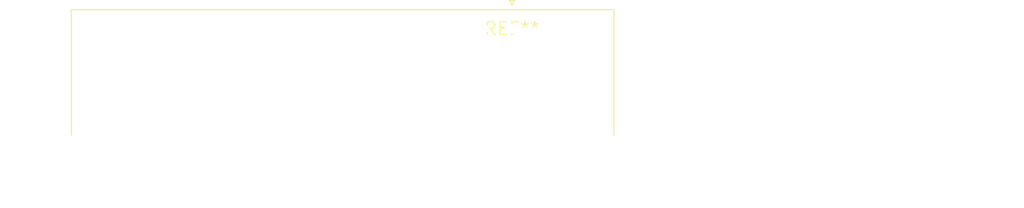
<source format=kicad_pcb>
(kicad_pcb (version 20240108) (generator pcbnew)
  (layers (0 "F.Cu" signal) (31 "B.Cu" signal) (34 "B.Paste" user) (35 "F.Paste" user) (36 "B.SilkS" user "B.Silkscreen") (37 "F.SilkS" user "F.Silkscreen") (38 "B.Mask" user) (39 "F.Mask" user) (44 "Edge.Cuts" user))
  (net 0 "")
  (footprint "DSUB-25_Female_Horizontal_P2.77x2.84mm_EdgePinOffset7.70mm_Housed_MountingHolesOffset9.12mm" (layer "F.Cu") (at 0 0)
    (property "Reference" "REF**")
    (property "Value" "DSUB-25_Female_Horizontal_P2.77x2.84mm_EdgePinOffset7.70mm_Housed_MountingHolesOffset9.12mm")
    (fp_line (start -43.23 -1.86) (end 9.99 -1.86) (layer "F.SilkS") (stroke (width 0.12)))
    (fp_line (start -43.23 10.48) (end -43.23 -1.86) (layer "F.SilkS") (stroke (width 0.12)))
    (fp_line (start -0.25 -2.754338) (end 0.25 -2.754338) (layer "F.SilkS") (stroke (width 0.12)))
    (fp_line (start 0 -2.321325) (end -0.25 -2.754338) (layer "F.SilkS") (stroke (width 0.12)))
    (fp_line (start 0.25 -2.754338) (end 0 -2.321325) (layer "F.SilkS") (stroke (width 0.12)))
    (fp_line (start 9.99 -1.86) (end 9.99 10.48) (layer "F.SilkS") (stroke (width 0.12)))
    (pad "0" thru_hole circle (at -40.17 1.42) (size 4 4) (drill 3.2) (layers *.Cu *.Mask) (remove_unused_layers))
    (pad "0" thru_hole circle (at 6.93 1.42) (size 4 4) (drill 3.2) (layers *.Cu *.Mask) (remove_unused_layers))
    (pad "1" thru_hole rect (at 0 0) (size 1.6 1.6) (drill 1) (layers *.Cu *.Mask) (remove_unused_layers))
    (pad "2" thru_hole circle (at -2.77 0) (size 1.6 1.6) (drill 1) (layers *.Cu *.Mask) (remove_unused_layers))
    (pad "3" thru_hole circle (at -5.54 0) (size 1.6 1.6) (drill 1) (layers *.Cu *.Mask) (remove_unused_layers))
    (pad "4" thru_hole circle (at -8.31 0) (size 1.6 1.6) (drill 1) (layers *.Cu *.Mask) (remove_unused_layers))
    (pad "5" thru_hole circle (at -11.08 0) (size 1.6 1.6) (drill 1) (layers *.Cu *.Mask) (remove_unused_layers))
    (pad "6" thru_hole circle (at -13.85 0) (size 1.6 1.6) (drill 1) (layers *.Cu *.Mask) (remove_unused_layers))
    (pad "7" thru_hole circle (at -16.62 0) (size 1.6 1.6) (drill 1) (layers *.Cu *.Mask) (remove_unused_layers))
    (pad "8" thru_hole circle (at -19.39 0) (size 1.6 1.6) (drill 1) (layers *.Cu *.Mask) (remove_unused_layers))
    (pad "9" thru_hole circle (at -22.16 0) (size 1.6 1.6) (drill 1) (layers *.Cu *.Mask) (remove_unused_layers))
    (pad "10" thru_hole circle (at -24.93 0) (size 1.6 1.6) (drill 1) (layers *.Cu *.Mask) (remove_unused_layers))
    (pad "11" thru_hole circle (at -27.7 0) (size 1.6 1.6) (drill 1) (layers *.Cu *.Mask) (remove_unused_layers))
    (pad "12" thru_hole circle (at -30.47 0) (size 1.6 1.6) (drill 1) (layers *.Cu *.Mask) (remove_unused_layers))
    (pad "13" thru_hole circle (at -33.24 0) (size 1.6 1.6) (drill 1) (layers *.Cu *.Mask) (remove_unused_layers))
    (pad "14" thru_hole circle (at -1.385 2.84) (size 1.6 1.6) (drill 1) (layers *.Cu *.Mask) (remove_unused_layers))
    (pad "15" thru_hole circle (at -4.155 2.84) (size 1.6 1.6) (drill 1) (layers *.Cu *.Mask) (remove_unused_layers))
    (pad "16" thru_hole circle (at -6.925 2.84) (size 1.6 1.6) (drill 1) (layers *.Cu *.Mask) (remove_unused_layers))
    (pad "17" thru_hole circle (at -9.695 2.84) (size 1.6 1.6) (drill 1) (layers *.Cu *.Mask) (remove_unused_layers))
    (pad "18" thru_hole circle (at -12.465 2.84) (size 1.6 1.6) (drill 1) (layers *.Cu *.Mask) (remove_unused_layers))
    (pad "19" thru_hole circle (at -15.235 2.84) (size 1.6 1.6) (drill 1) (layers *.Cu *.Mask) (remove_unused_layers))
    (pad "20" thru_hole circle (at -18.005 2.84) (size 1.6 1.6) (drill 1) (layers *.Cu *.Mask) (remove_unused_layers))
    (pad "21" thru_hole circle (at -20.775 2.84) (size 1.6 1.6) (drill 1) (layers *.Cu *.Mask) (remove_unused_layers))
    (pad "22" thru_hole circle (at -23.545 2.84) (size 1.6 1.6) (drill 1) (layers *.Cu *.Mask) (remove_unused_layers))
    (pad "23" thru_hole circle (at -26.315 2.84) (size 1.6 1.6) (drill 1) (layers *.Cu *.Mask) (remove_unused_layers))
    (pad "24" thru_hole circle (at -29.085 2.84) (size 1.6 1.6) (drill 1) (layers *.Cu *.Mask) (remove_unused_layers))
    (pad "25" thru_hole circle (at -31.855 2.84) (size 1.6 1.6) (drill 1) (layers *.Cu *.Mask) (remove_unused_layers))
  )
)
</source>
